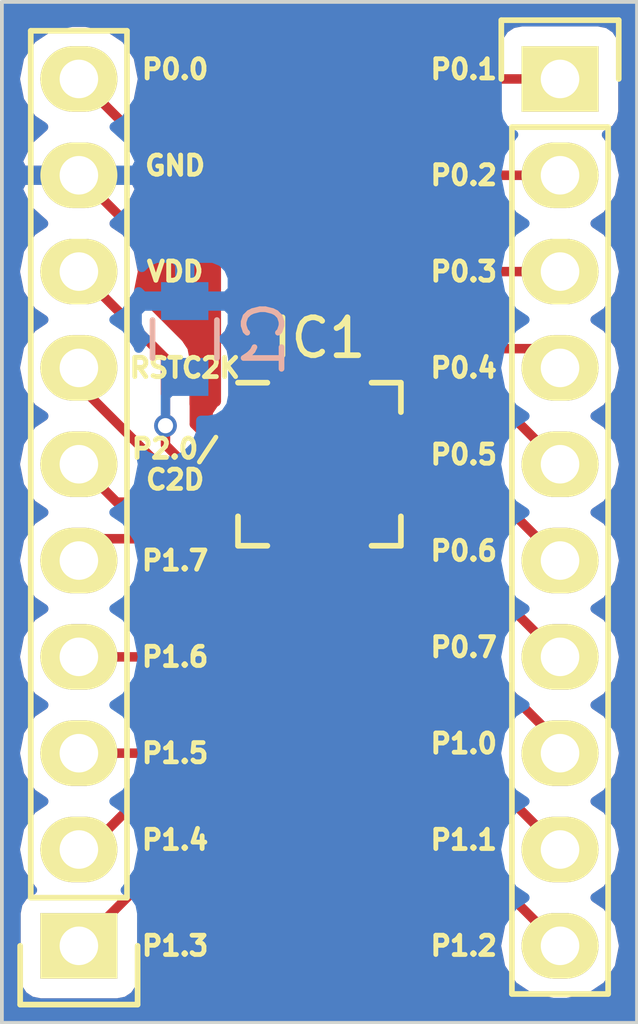
<source format=kicad_pcb>
(kicad_pcb (version 4) (host pcbnew "(2015-06-16 BZR 5763)-product")

  (general
    (links 26)
    (no_connects 0)
    (area 130.781667 89.025 153.698334 124.185)
    (thickness 1.6)
    (drawings 24)
    (tracks 70)
    (zones 0)
    (modules 4)
    (nets 21)
  )

  (page A4)
  (layers
    (0 F.Cu signal)
    (31 B.Cu signal)
    (32 B.Adhes user)
    (33 F.Adhes user)
    (34 B.Paste user)
    (35 F.Paste user)
    (36 B.SilkS user)
    (37 F.SilkS user)
    (38 B.Mask user)
    (39 F.Mask user)
    (40 Dwgs.User user)
    (41 Cmts.User user)
    (42 Eco1.User user)
    (43 Eco2.User user)
    (44 Edge.Cuts user)
    (45 Margin user)
    (46 B.CrtYd user)
    (47 F.CrtYd user)
    (48 B.Fab user)
    (49 F.Fab user)
  )

  (setup
    (last_trace_width 0.25)
    (trace_clearance 0.2)
    (zone_clearance 0.508)
    (zone_45_only no)
    (trace_min 0.2)
    (segment_width 0.2)
    (edge_width 0.1)
    (via_size 0.6)
    (via_drill 0.4)
    (via_min_size 0.4)
    (via_min_drill 0.3)
    (uvia_size 0.3)
    (uvia_drill 0.1)
    (uvias_allowed no)
    (uvia_min_size 0.2)
    (uvia_min_drill 0.1)
    (pcb_text_width 0.3)
    (pcb_text_size 1.5 1.5)
    (mod_edge_width 0.15)
    (mod_text_size 1 1)
    (mod_text_width 0.15)
    (pad_size 1.5 1.5)
    (pad_drill 0.6)
    (pad_to_mask_clearance 0)
    (aux_axis_origin 0 0)
    (visible_elements FFFFFF7F)
    (pcbplotparams
      (layerselection 0x00030_80000001)
      (usegerberextensions false)
      (excludeedgelayer true)
      (linewidth 0.100000)
      (plotframeref false)
      (viasonmask false)
      (mode 1)
      (useauxorigin false)
      (hpglpennumber 1)
      (hpglpenspeed 20)
      (hpglpendiameter 15)
      (hpglpenoverlay 2)
      (psnegative false)
      (psa4output false)
      (plotreference true)
      (plotvalue true)
      (plotinvisibletext false)
      (padsonsilk false)
      (subtractmaskfromsilk false)
      (outputformat 1)
      (mirror false)
      (drillshape 1)
      (scaleselection 1)
      (outputdirectory ""))
  )

  (net 0 "")
  (net 1 "Net-(C1-Pad1)")
  (net 2 "Net-(IC1-Pad1)")
  (net 3 "Net-(IC1-Pad4)")
  (net 4 "Net-(IC1-Pad5)")
  (net 5 "Net-(IC1-Pad6)")
  (net 6 "Net-(IC1-Pad7)")
  (net 7 "Net-(IC1-Pad8)")
  (net 8 "Net-(IC1-Pad9)")
  (net 9 "Net-(IC1-Pad10)")
  (net 10 "Net-(IC1-Pad11)")
  (net 11 "Net-(IC1-Pad12)")
  (net 12 "Net-(IC1-Pad13)")
  (net 13 "Net-(IC1-Pad14)")
  (net 14 "Net-(IC1-Pad15)")
  (net 15 "Net-(IC1-Pad16)")
  (net 16 "Net-(IC1-Pad17)")
  (net 17 "Net-(IC1-Pad18)")
  (net 18 "Net-(IC1-Pad19)")
  (net 19 "Net-(IC1-Pad20)")
  (net 20 GND)

  (net_class Default "This is the default net class."
    (clearance 0.2)
    (trace_width 0.25)
    (via_dia 0.6)
    (via_drill 0.4)
    (uvia_dia 0.3)
    (uvia_drill 0.1)
    (add_net GND)
    (add_net "Net-(C1-Pad1)")
    (add_net "Net-(IC1-Pad1)")
    (add_net "Net-(IC1-Pad10)")
    (add_net "Net-(IC1-Pad11)")
    (add_net "Net-(IC1-Pad12)")
    (add_net "Net-(IC1-Pad13)")
    (add_net "Net-(IC1-Pad14)")
    (add_net "Net-(IC1-Pad15)")
    (add_net "Net-(IC1-Pad16)")
    (add_net "Net-(IC1-Pad17)")
    (add_net "Net-(IC1-Pad18)")
    (add_net "Net-(IC1-Pad19)")
    (add_net "Net-(IC1-Pad20)")
    (add_net "Net-(IC1-Pad4)")
    (add_net "Net-(IC1-Pad5)")
    (add_net "Net-(IC1-Pad6)")
    (add_net "Net-(IC1-Pad7)")
    (add_net "Net-(IC1-Pad8)")
    (add_net "Net-(IC1-Pad9)")
  )

  (module Capacitors_SMD:C_0805 (layer B.Cu) (tedit 5415D6EA) (tstamp 558B45DF)
    (at 138.684 102.108 90)
    (descr "Capacitor SMD 0805, reflow soldering, AVX (see smccp.pdf)")
    (tags "capacitor 0805")
    (path /558B44AC)
    (attr smd)
    (fp_text reference C1 (at 0 2.1 90) (layer B.SilkS)
      (effects (font (size 1 1) (thickness 0.15)) (justify mirror))
    )
    (fp_text value 0.1uf (at 0 -2.1 90) (layer B.Fab)
      (effects (font (size 1 1) (thickness 0.15)) (justify mirror))
    )
    (fp_line (start -1.8 1) (end 1.8 1) (layer B.CrtYd) (width 0.05))
    (fp_line (start -1.8 -1) (end 1.8 -1) (layer B.CrtYd) (width 0.05))
    (fp_line (start -1.8 1) (end -1.8 -1) (layer B.CrtYd) (width 0.05))
    (fp_line (start 1.8 1) (end 1.8 -1) (layer B.CrtYd) (width 0.05))
    (fp_line (start 0.5 0.85) (end -0.5 0.85) (layer B.SilkS) (width 0.15))
    (fp_line (start -0.5 -0.85) (end 0.5 -0.85) (layer B.SilkS) (width 0.15))
    (pad 1 smd rect (at -1 0 90) (size 1 1.25) (layers B.Cu B.Paste B.Mask)
      (net 1 "Net-(C1-Pad1)"))
    (pad 2 smd rect (at 1 0 90) (size 1 1.25) (layers B.Cu B.Paste B.Mask)
      (net 20 GND))
    (model Capacitors_SMD.3dshapes/C_0805.wrl
      (at (xyz 0 0 0))
      (scale (xyz 1 1 1))
      (rotate (xyz 0 0 0))
    )
  )

  (module Housings_DFN_QFN:QFN-20-1EP_4x4mm_Pitch0.5mm (layer F.Cu) (tedit 54130A77) (tstamp 558B45FB)
    (at 142.24 105.41)
    (descr "20-Lead Plastic Quad Flat, No Lead Package (ML) - 4x4x0.9 mm Body [QFN]; (see Microchip Packaging Specification 00000049BS.pdf)")
    (tags "QFN 0.5")
    (path /558B4416)
    (attr smd)
    (fp_text reference IC1 (at 0 -3.33) (layer F.SilkS)
      (effects (font (size 1 1) (thickness 0.15)))
    )
    (fp_text value C8051F330/1 (at 0 3.33) (layer F.Fab)
      (effects (font (size 1 1) (thickness 0.15)))
    )
    (fp_line (start -2.6 -2.6) (end -2.6 2.6) (layer F.CrtYd) (width 0.05))
    (fp_line (start 2.6 -2.6) (end 2.6 2.6) (layer F.CrtYd) (width 0.05))
    (fp_line (start -2.6 -2.6) (end 2.6 -2.6) (layer F.CrtYd) (width 0.05))
    (fp_line (start -2.6 2.6) (end 2.6 2.6) (layer F.CrtYd) (width 0.05))
    (fp_line (start 2.15 -2.15) (end 2.15 -1.375) (layer F.SilkS) (width 0.15))
    (fp_line (start -2.15 2.15) (end -2.15 1.375) (layer F.SilkS) (width 0.15))
    (fp_line (start 2.15 2.15) (end 2.15 1.375) (layer F.SilkS) (width 0.15))
    (fp_line (start -2.15 -2.15) (end -1.375 -2.15) (layer F.SilkS) (width 0.15))
    (fp_line (start -2.15 2.15) (end -1.375 2.15) (layer F.SilkS) (width 0.15))
    (fp_line (start 2.15 2.15) (end 1.375 2.15) (layer F.SilkS) (width 0.15))
    (fp_line (start 2.15 -2.15) (end 1.375 -2.15) (layer F.SilkS) (width 0.15))
    (pad 1 smd rect (at -1.965 -1) (size 0.73 0.3) (layers F.Cu F.Paste F.Mask)
      (net 2 "Net-(IC1-Pad1)"))
    (pad 2 smd rect (at -1.965 -0.5) (size 0.73 0.3) (layers F.Cu F.Paste F.Mask)
      (net 20 GND))
    (pad 3 smd rect (at -1.965 0) (size 0.73 0.3) (layers F.Cu F.Paste F.Mask)
      (net 1 "Net-(C1-Pad1)"))
    (pad 4 smd rect (at -1.965 0.5) (size 0.73 0.3) (layers F.Cu F.Paste F.Mask)
      (net 3 "Net-(IC1-Pad4)"))
    (pad 5 smd rect (at -1.965 1) (size 0.73 0.3) (layers F.Cu F.Paste F.Mask)
      (net 4 "Net-(IC1-Pad5)"))
    (pad 6 smd rect (at -1 1.965 90) (size 0.73 0.3) (layers F.Cu F.Paste F.Mask)
      (net 5 "Net-(IC1-Pad6)"))
    (pad 7 smd rect (at -0.5 1.965 90) (size 0.73 0.3) (layers F.Cu F.Paste F.Mask)
      (net 6 "Net-(IC1-Pad7)"))
    (pad 8 smd rect (at 0 1.965 90) (size 0.73 0.3) (layers F.Cu F.Paste F.Mask)
      (net 7 "Net-(IC1-Pad8)"))
    (pad 9 smd rect (at 0.5 1.965 90) (size 0.73 0.3) (layers F.Cu F.Paste F.Mask)
      (net 8 "Net-(IC1-Pad9)"))
    (pad 10 smd rect (at 1 1.965 90) (size 0.73 0.3) (layers F.Cu F.Paste F.Mask)
      (net 9 "Net-(IC1-Pad10)"))
    (pad 11 smd rect (at 1.965 1) (size 0.73 0.3) (layers F.Cu F.Paste F.Mask)
      (net 10 "Net-(IC1-Pad11)"))
    (pad 12 smd rect (at 1.965 0.5) (size 0.73 0.3) (layers F.Cu F.Paste F.Mask)
      (net 11 "Net-(IC1-Pad12)"))
    (pad 13 smd rect (at 1.965 0) (size 0.73 0.3) (layers F.Cu F.Paste F.Mask)
      (net 12 "Net-(IC1-Pad13)"))
    (pad 14 smd rect (at 1.965 -0.5) (size 0.73 0.3) (layers F.Cu F.Paste F.Mask)
      (net 13 "Net-(IC1-Pad14)"))
    (pad 15 smd rect (at 1.965 -1) (size 0.73 0.3) (layers F.Cu F.Paste F.Mask)
      (net 14 "Net-(IC1-Pad15)"))
    (pad 16 smd rect (at 1 -1.965 90) (size 0.73 0.3) (layers F.Cu F.Paste F.Mask)
      (net 15 "Net-(IC1-Pad16)"))
    (pad 17 smd rect (at 0.5 -1.965 90) (size 0.73 0.3) (layers F.Cu F.Paste F.Mask)
      (net 16 "Net-(IC1-Pad17)"))
    (pad 18 smd rect (at 0 -1.965 90) (size 0.73 0.3) (layers F.Cu F.Paste F.Mask)
      (net 17 "Net-(IC1-Pad18)"))
    (pad 19 smd rect (at -0.5 -1.965 90) (size 0.73 0.3) (layers F.Cu F.Paste F.Mask)
      (net 18 "Net-(IC1-Pad19)"))
    (pad 20 smd rect (at -1 -1.965 90) (size 0.73 0.3) (layers F.Cu F.Paste F.Mask)
      (net 19 "Net-(IC1-Pad20)"))
    (pad 21 smd rect (at 0.625 0.625) (size 1.25 1.25) (layers F.Cu F.Paste F.Mask)
      (net 20 GND) (solder_paste_margin_ratio -0.2))
    (pad 21 smd rect (at 0.625 -0.625) (size 1.25 1.25) (layers F.Cu F.Paste F.Mask)
      (net 20 GND) (solder_paste_margin_ratio -0.2))
    (pad 21 smd rect (at -0.625 0.625) (size 1.25 1.25) (layers F.Cu F.Paste F.Mask)
      (net 20 GND) (solder_paste_margin_ratio -0.2))
    (pad 21 smd rect (at -0.625 -0.625) (size 1.25 1.25) (layers F.Cu F.Paste F.Mask)
      (net 20 GND) (solder_paste_margin_ratio -0.2))
    (model Housings_DFN_QFN.3dshapes/QFN-20-1EP_4x4mm_Pitch0.5mm.wrl
      (at (xyz 0 0 0))
      (scale (xyz 1 1 1))
      (rotate (xyz 0 0 0))
    )
  )

  (module Pin_Headers:Pin_Header_Straight_1x10 (layer F.Cu) (tedit 558B4A82) (tstamp 558B463F)
    (at 135.89 118.11 180)
    (descr "Through hole pin header")
    (tags "pin header")
    (path /558B4462)
    (fp_text reference P1 (at 0 -5.1 180) (layer F.SilkS) hide
      (effects (font (size 1 1) (thickness 0.15)))
    )
    (fp_text value CONN_01X10 (at 0 -3.1 180) (layer F.Fab) hide
      (effects (font (size 1 1) (thickness 0.15)))
    )
    (fp_line (start -1.75 -1.75) (end -1.75 24.65) (layer F.CrtYd) (width 0.05))
    (fp_line (start 1.75 -1.75) (end 1.75 24.65) (layer F.CrtYd) (width 0.05))
    (fp_line (start -1.75 -1.75) (end 1.75 -1.75) (layer F.CrtYd) (width 0.05))
    (fp_line (start -1.75 24.65) (end 1.75 24.65) (layer F.CrtYd) (width 0.05))
    (fp_line (start 1.27 1.27) (end 1.27 24.13) (layer F.SilkS) (width 0.15))
    (fp_line (start 1.27 24.13) (end -1.27 24.13) (layer F.SilkS) (width 0.15))
    (fp_line (start -1.27 24.13) (end -1.27 1.27) (layer F.SilkS) (width 0.15))
    (fp_line (start 1.55 -1.55) (end 1.55 0) (layer F.SilkS) (width 0.15))
    (fp_line (start 1.27 1.27) (end -1.27 1.27) (layer F.SilkS) (width 0.15))
    (fp_line (start -1.55 0) (end -1.55 -1.55) (layer F.SilkS) (width 0.15))
    (fp_line (start -1.55 -1.55) (end 1.55 -1.55) (layer F.SilkS) (width 0.15))
    (pad 1 thru_hole rect (at 0 0 180) (size 2.032 1.7272) (drill 1.016) (layers *.Cu *.Mask F.SilkS)
      (net 9 "Net-(IC1-Pad10)"))
    (pad 2 thru_hole oval (at 0 2.54 180) (size 2.032 1.7272) (drill 1.016) (layers *.Cu *.Mask F.SilkS)
      (net 8 "Net-(IC1-Pad9)"))
    (pad 3 thru_hole oval (at 0 5.08 180) (size 2.032 1.7272) (drill 1.016) (layers *.Cu *.Mask F.SilkS)
      (net 7 "Net-(IC1-Pad8)"))
    (pad 4 thru_hole oval (at 0 7.62 180) (size 2.032 1.7272) (drill 1.016) (layers *.Cu *.Mask F.SilkS)
      (net 6 "Net-(IC1-Pad7)"))
    (pad 5 thru_hole oval (at 0 10.16 180) (size 2.032 1.7272) (drill 1.016) (layers *.Cu *.Mask F.SilkS)
      (net 5 "Net-(IC1-Pad6)"))
    (pad 6 thru_hole oval (at 0 12.7 180) (size 2.032 1.7272) (drill 1.016) (layers *.Cu *.Mask F.SilkS)
      (net 4 "Net-(IC1-Pad5)"))
    (pad 7 thru_hole oval (at 0 15.24 180) (size 2.032 1.7272) (drill 1.016) (layers *.Cu *.Mask F.SilkS)
      (net 3 "Net-(IC1-Pad4)"))
    (pad 8 thru_hole oval (at 0 17.78 180) (size 2.032 1.7272) (drill 1.016) (layers *.Cu *.Mask F.SilkS)
      (net 1 "Net-(C1-Pad1)"))
    (pad 9 thru_hole oval (at 0 20.32 180) (size 2.032 1.7272) (drill 1.016) (layers *.Cu *.Mask F.SilkS)
      (net 20 GND))
    (pad 10 thru_hole oval (at 0 22.86 180) (size 2.032 1.7272) (drill 1.016) (layers *.Cu *.Mask F.SilkS)
      (net 2 "Net-(IC1-Pad1)"))
    (model Pin_Headers.3dshapes/Pin_Header_Straight_1x10.wrl
      (at (xyz 0 -0.45 0))
      (scale (xyz 1 1 1))
      (rotate (xyz 0 0 90))
    )
  )

  (module Pin_Headers:Pin_Header_Straight_1x10 (layer F.Cu) (tedit 558B4A89) (tstamp 558B464C)
    (at 148.59 95.25)
    (descr "Through hole pin header")
    (tags "pin header")
    (path /558B4435)
    (fp_text reference P2 (at 0 -5.1) (layer F.SilkS) hide
      (effects (font (size 1 1) (thickness 0.15)))
    )
    (fp_text value CONN_01X10 (at 0 -3.1) (layer F.Fab) hide
      (effects (font (size 1 1) (thickness 0.15)))
    )
    (fp_line (start -1.75 -1.75) (end -1.75 24.65) (layer F.CrtYd) (width 0.05))
    (fp_line (start 1.75 -1.75) (end 1.75 24.65) (layer F.CrtYd) (width 0.05))
    (fp_line (start -1.75 -1.75) (end 1.75 -1.75) (layer F.CrtYd) (width 0.05))
    (fp_line (start -1.75 24.65) (end 1.75 24.65) (layer F.CrtYd) (width 0.05))
    (fp_line (start 1.27 1.27) (end 1.27 24.13) (layer F.SilkS) (width 0.15))
    (fp_line (start 1.27 24.13) (end -1.27 24.13) (layer F.SilkS) (width 0.15))
    (fp_line (start -1.27 24.13) (end -1.27 1.27) (layer F.SilkS) (width 0.15))
    (fp_line (start 1.55 -1.55) (end 1.55 0) (layer F.SilkS) (width 0.15))
    (fp_line (start 1.27 1.27) (end -1.27 1.27) (layer F.SilkS) (width 0.15))
    (fp_line (start -1.55 0) (end -1.55 -1.55) (layer F.SilkS) (width 0.15))
    (fp_line (start -1.55 -1.55) (end 1.55 -1.55) (layer F.SilkS) (width 0.15))
    (pad 1 thru_hole rect (at 0 0) (size 2.032 1.7272) (drill 1.016) (layers *.Cu *.Mask F.SilkS)
      (net 19 "Net-(IC1-Pad20)"))
    (pad 2 thru_hole oval (at 0 2.54) (size 2.032 1.7272) (drill 1.016) (layers *.Cu *.Mask F.SilkS)
      (net 18 "Net-(IC1-Pad19)"))
    (pad 3 thru_hole oval (at 0 5.08) (size 2.032 1.7272) (drill 1.016) (layers *.Cu *.Mask F.SilkS)
      (net 17 "Net-(IC1-Pad18)"))
    (pad 4 thru_hole oval (at 0 7.62) (size 2.032 1.7272) (drill 1.016) (layers *.Cu *.Mask F.SilkS)
      (net 16 "Net-(IC1-Pad17)"))
    (pad 5 thru_hole oval (at 0 10.16) (size 2.032 1.7272) (drill 1.016) (layers *.Cu *.Mask F.SilkS)
      (net 15 "Net-(IC1-Pad16)"))
    (pad 6 thru_hole oval (at 0 12.7) (size 2.032 1.7272) (drill 1.016) (layers *.Cu *.Mask F.SilkS)
      (net 14 "Net-(IC1-Pad15)"))
    (pad 7 thru_hole oval (at 0 15.24) (size 2.032 1.7272) (drill 1.016) (layers *.Cu *.Mask F.SilkS)
      (net 13 "Net-(IC1-Pad14)"))
    (pad 8 thru_hole oval (at 0 17.78) (size 2.032 1.7272) (drill 1.016) (layers *.Cu *.Mask F.SilkS)
      (net 12 "Net-(IC1-Pad13)"))
    (pad 9 thru_hole oval (at 0 20.32) (size 2.032 1.7272) (drill 1.016) (layers *.Cu *.Mask F.SilkS)
      (net 11 "Net-(IC1-Pad12)"))
    (pad 10 thru_hole oval (at 0 22.86) (size 2.032 1.7272) (drill 1.016) (layers *.Cu *.Mask F.SilkS)
      (net 10 "Net-(IC1-Pad11)"))
    (model Pin_Headers.3dshapes/Pin_Header_Straight_1x10.wrl
      (at (xyz 0 -0.45 0))
      (scale (xyz 1 1 1))
      (rotate (xyz 0 0 90))
    )
  )

  (gr_line (start 133.858 120.142) (end 133.858 93.218) (angle 90) (layer Edge.Cuts) (width 0.1))
  (gr_line (start 150.622 120.142) (end 133.858 120.142) (angle 90) (layer Edge.Cuts) (width 0.1))
  (gr_line (start 150.622 93.218) (end 150.622 120.142) (angle 90) (layer Edge.Cuts) (width 0.1))
  (gr_line (start 133.858 93.218) (end 150.622 93.218) (angle 90) (layer Edge.Cuts) (width 0.1))
  (gr_text P1.2 (at 146.05 118.11) (layer F.SilkS)
    (effects (font (size 0.508 0.508) (thickness 0.127)))
  )
  (gr_text P1.1 (at 146.05 115.316) (layer F.SilkS)
    (effects (font (size 0.508 0.508) (thickness 0.127)))
  )
  (gr_text P1.0 (at 146.05 112.776) (layer F.SilkS)
    (effects (font (size 0.508 0.508) (thickness 0.127)))
  )
  (gr_text P0.7 (at 146.05 110.236) (layer F.SilkS)
    (effects (font (size 0.508 0.508) (thickness 0.127)))
  )
  (gr_text P0.6 (at 146.05 107.696) (layer F.SilkS)
    (effects (font (size 0.508 0.508) (thickness 0.127)))
  )
  (gr_text P0.5 (at 146.05 105.156) (layer F.SilkS)
    (effects (font (size 0.508 0.508) (thickness 0.127)))
  )
  (gr_text P0.4 (at 146.05 102.87) (layer F.SilkS)
    (effects (font (size 0.508 0.508) (thickness 0.127)))
  )
  (gr_text P0.3 (at 146.05 100.33) (layer F.SilkS)
    (effects (font (size 0.508 0.508) (thickness 0.127)))
  )
  (gr_text P0.2 (at 146.05 97.79) (layer F.SilkS)
    (effects (font (size 0.508 0.508) (thickness 0.127)))
  )
  (gr_text P0.1 (at 146.05 94.996) (layer F.SilkS)
    (effects (font (size 0.508 0.508) (thickness 0.127)))
  )
  (gr_text P1.3 (at 138.43 118.11) (layer F.SilkS)
    (effects (font (size 0.508 0.508) (thickness 0.127)))
  )
  (gr_text P1.4 (at 138.43 115.316) (layer F.SilkS)
    (effects (font (size 0.508 0.508) (thickness 0.127)))
  )
  (gr_text P1.5 (at 138.43 113.03) (layer F.SilkS)
    (effects (font (size 0.508 0.508) (thickness 0.127)))
  )
  (gr_text P1.6 (at 138.43 110.49) (layer F.SilkS)
    (effects (font (size 0.508 0.508) (thickness 0.127)))
  )
  (gr_text P1.7 (at 138.43 107.95) (layer F.SilkS)
    (effects (font (size 0.508 0.508) (thickness 0.127)))
  )
  (gr_text "P2.0/\nC2D" (at 138.43 105.41) (layer F.SilkS)
    (effects (font (size 0.508 0.508) (thickness 0.127)))
  )
  (gr_text RSTC2K (at 138.684 102.87) (layer F.SilkS)
    (effects (font (size 0.508 0.508) (thickness 0.127)))
  )
  (gr_text VDD (at 138.43 100.33) (layer F.SilkS)
    (effects (font (size 0.508 0.508) (thickness 0.127)))
  )
  (gr_text GND (at 138.43 97.536) (layer F.SilkS)
    (effects (font (size 0.508 0.508) (thickness 0.127)))
  )
  (gr_text P0.0 (at 138.43 94.996) (layer F.SilkS)
    (effects (font (size 0.508 0.508) (thickness 0.127)))
  )

  (segment (start 138.176 104.394) (end 138.176 102.616) (width 0.25) (layer F.Cu) (net 1))
  (segment (start 138.176 102.616) (end 135.89 100.33) (width 0.25) (layer F.Cu) (net 1) (tstamp 558B4A09))
  (segment (start 138.176 104.394) (end 138.176 103.616) (width 0.25) (layer B.Cu) (net 1))
  (segment (start 138.684 105.41) (end 138.176 104.902) (width 0.25) (layer F.Cu) (net 1) (tstamp 558B49A1))
  (segment (start 138.176 104.902) (end 138.176 104.394) (width 0.25) (layer F.Cu) (net 1) (tstamp 558B49B0))
  (via (at 138.176 104.394) (size 0.6) (drill 0.4) (layers F.Cu B.Cu) (net 1))
  (segment (start 140.275 105.41) (end 138.684 105.41) (width 0.25) (layer F.Cu) (net 1))
  (segment (start 138.176 103.616) (end 138.684 103.108) (width 0.25) (layer B.Cu) (net 1) (tstamp 558B49CB))
  (segment (start 140.275 104.41) (end 140.275 99.635) (width 0.25) (layer F.Cu) (net 2))
  (segment (start 140.275 99.635) (end 135.89 95.25) (width 0.25) (layer F.Cu) (net 2) (tstamp 558B4783))
  (segment (start 140.275 105.91) (end 138.479998 105.91) (width 0.25) (layer F.Cu) (net 3))
  (segment (start 138.479998 105.91) (end 135.89 103.320002) (width 0.25) (layer F.Cu) (net 3) (tstamp 558B497B))
  (segment (start 135.89 103.320002) (end 135.89 102.87) (width 0.25) (layer F.Cu) (net 3) (tstamp 558B497D))
  (segment (start 140.275 106.41) (end 136.89 106.41) (width 0.25) (layer F.Cu) (net 4))
  (segment (start 136.89 106.41) (end 135.89 105.41) (width 0.25) (layer F.Cu) (net 4) (tstamp 558B47D6))
  (segment (start 141.24 107.375) (end 136.465 107.375) (width 0.25) (layer F.Cu) (net 5))
  (segment (start 136.465 107.375) (end 135.89 107.95) (width 0.25) (layer F.Cu) (net 5) (tstamp 558B47DE))
  (segment (start 141.74 107.375) (end 141.74 107.942) (width 0.25) (layer F.Cu) (net 6))
  (segment (start 139.192 110.49) (end 135.89 110.49) (width 0.25) (layer F.Cu) (net 6) (tstamp 558B47E4))
  (segment (start 141.74 107.942) (end 139.192 110.49) (width 0.25) (layer F.Cu) (net 6) (tstamp 558B47E2))
  (segment (start 142.24 107.375) (end 142.24 108.458) (width 0.25) (layer F.Cu) (net 7))
  (segment (start 137.668 113.03) (end 135.89 113.03) (width 0.25) (layer F.Cu) (net 7) (tstamp 558B47EA))
  (segment (start 142.24 108.458) (end 137.668 113.03) (width 0.25) (layer F.Cu) (net 7) (tstamp 558B47E9))
  (segment (start 142.74 107.375) (end 142.74 108.958) (width 0.25) (layer F.Cu) (net 8))
  (segment (start 142.74 108.958) (end 136.128 115.57) (width 0.25) (layer F.Cu) (net 8) (tstamp 558B47EE))
  (segment (start 136.128 115.57) (end 135.89 115.57) (width 0.25) (layer F.Cu) (net 8) (tstamp 558B47EF))
  (segment (start 143.24 107.375) (end 143.24 109.458) (width 0.25) (layer F.Cu) (net 9))
  (segment (start 137.922 116.078) (end 135.89 118.11) (width 0.25) (layer F.Cu) (net 9) (tstamp 558B47FC))
  (segment (start 137.922 114.776) (end 137.922 116.078) (width 0.25) (layer F.Cu) (net 9) (tstamp 558B47F6))
  (segment (start 143.24 109.458) (end 137.922 114.776) (width 0.25) (layer F.Cu) (net 9) (tstamp 558B47F5))
  (segment (start 144.205 106.41) (end 144.205 113.725) (width 0.25) (layer F.Cu) (net 10))
  (segment (start 144.205 113.725) (end 148.59 118.11) (width 0.25) (layer F.Cu) (net 10) (tstamp 558B4867))
  (segment (start 144.205 105.91) (end 145.026 105.91) (width 0.25) (layer F.Cu) (net 11))
  (segment (start 145.034 112.014) (end 148.59 115.57) (width 0.25) (layer F.Cu) (net 11) (tstamp 558B4871))
  (segment (start 145.034 105.918) (end 145.034 112.014) (width 0.25) (layer F.Cu) (net 11) (tstamp 558B486F))
  (segment (start 145.026 105.91) (end 145.034 105.918) (width 0.25) (layer F.Cu) (net 11) (tstamp 558B486E))
  (segment (start 144.205 105.41) (end 145.542 105.41) (width 0.25) (layer F.Cu) (net 12))
  (segment (start 145.542 109.728) (end 148.59 112.776) (width 0.25) (layer F.Cu) (net 12) (tstamp 558B487E))
  (segment (start 145.542 105.41) (end 145.542 109.728) (width 0.25) (layer F.Cu) (net 12) (tstamp 558B487C))
  (segment (start 148.59 112.776) (end 148.59 113.03) (width 0.25) (layer F.Cu) (net 12) (tstamp 558B4880))
  (segment (start 144.205 104.91) (end 146.042 104.91) (width 0.25) (layer F.Cu) (net 13))
  (segment (start 146.05 107.95) (end 148.59 110.49) (width 0.25) (layer F.Cu) (net 13) (tstamp 558B4887))
  (segment (start 146.05 104.918) (end 146.05 107.95) (width 0.25) (layer F.Cu) (net 13) (tstamp 558B4885))
  (segment (start 146.042 104.91) (end 146.05 104.918) (width 0.25) (layer F.Cu) (net 13) (tstamp 558B4883))
  (segment (start 144.205 104.41) (end 146.542 104.41) (width 0.25) (layer F.Cu) (net 14))
  (segment (start 146.558 105.918) (end 148.59 107.95) (width 0.25) (layer F.Cu) (net 14) (tstamp 558B488E))
  (segment (start 146.558 104.426) (end 146.558 105.918) (width 0.25) (layer F.Cu) (net 14) (tstamp 558B488C))
  (segment (start 146.542 104.41) (end 146.558 104.426) (width 0.25) (layer F.Cu) (net 14) (tstamp 558B488B))
  (segment (start 143.24 103.445) (end 146.625 103.445) (width 0.25) (layer F.Cu) (net 15))
  (segment (start 146.625 103.445) (end 148.59 105.41) (width 0.25) (layer F.Cu) (net 15) (tstamp 558B481D))
  (segment (start 142.74 103.445) (end 142.74 102.37) (width 0.25) (layer F.Cu) (net 16))
  (segment (start 142.748 102.362) (end 148.082 102.362) (width 0.25) (layer F.Cu) (net 16) (tstamp 558B4827))
  (segment (start 142.74 102.37) (end 142.748 102.362) (width 0.25) (layer F.Cu) (net 16) (tstamp 558B4826))
  (segment (start 148.082 102.362) (end 148.59 102.87) (width 0.25) (layer F.Cu) (net 16) (tstamp 558B482A))
  (segment (start 142.24 103.445) (end 142.24 102.108) (width 0.25) (layer F.Cu) (net 17))
  (segment (start 143.764 100.33) (end 148.59 100.33) (width 0.25) (layer F.Cu) (net 17) (tstamp 558B482F))
  (segment (start 142.24 101.854) (end 143.764 100.33) (width 0.25) (layer F.Cu) (net 17) (tstamp 558B482E))
  (segment (start 142.24 102.108) (end 142.24 101.854) (width 0.25) (layer F.Cu) (net 17) (tstamp 558B482D))
  (segment (start 141.74 103.445) (end 141.74 101.354) (width 0.25) (layer F.Cu) (net 18))
  (segment (start 145.304 97.79) (end 148.59 97.79) (width 0.25) (layer F.Cu) (net 18) (tstamp 558B4836))
  (segment (start 141.74 101.354) (end 145.304 97.79) (width 0.25) (layer F.Cu) (net 18) (tstamp 558B4835))
  (segment (start 141.24 103.445) (end 141.24 100.854) (width 0.25) (layer F.Cu) (net 19))
  (segment (start 146.844 95.25) (end 148.59 95.25) (width 0.25) (layer F.Cu) (net 19) (tstamp 558B483C))
  (segment (start 141.24 100.854) (end 146.844 95.25) (width 0.25) (layer F.Cu) (net 19) (tstamp 558B483B))
  (segment (start 140.275 104.91) (end 139.495998 104.91) (width 0.25) (layer F.Cu) (net 20))
  (segment (start 138.938 100.838) (end 135.89 97.79) (width 0.25) (layer F.Cu) (net 20) (tstamp 558B4A39))
  (segment (start 138.938 104.352002) (end 138.938 100.838) (width 0.25) (layer F.Cu) (net 20) (tstamp 558B4A36))
  (segment (start 139.495998 104.91) (end 138.938 104.352002) (width 0.25) (layer F.Cu) (net 20) (tstamp 558B4A35))
  (segment (start 140.275 104.91) (end 141.49 104.91) (width 0.25) (layer F.Cu) (net 20))
  (segment (start 141.49 104.91) (end 141.615 104.785) (width 0.25) (layer F.Cu) (net 20) (tstamp 558B493B))

  (zone (net 20) (net_name GND) (layer F.Cu) (tstamp 558B48E7) (hatch edge 0.508)
    (connect_pads (clearance 0.508))
    (min_thickness 0.254)
    (fill yes (arc_segments 16) (thermal_gap 0.508) (thermal_bridge_width 0.508))
    (polygon
      (pts
        (xy 150.622 120.142) (xy 133.858 120.142) (xy 133.858 93.218) (xy 150.622 93.218)
      )
    )
    (filled_polygon
      (pts
        (xy 150.495 120.015) (xy 150.495 120.015) (xy 133.985 120.015) (xy 133.985 93.73896) (xy 147.574 93.73896)
        (xy 147.331877 93.785937) (xy 147.119073 93.925727) (xy 146.976623 94.13676) (xy 146.92656 94.3864) (xy 146.92656 94.49)
        (xy 146.844 94.49) (xy 146.553161 94.547852) (xy 146.306599 94.712599) (xy 141.035 99.984198) (xy 141.035 99.635)
        (xy 140.977148 99.344161) (xy 140.977148 99.34416) (xy 140.812401 99.097599) (xy 137.472381 95.757579) (xy 137.573345 95.25)
        (xy 137.459271 94.676511) (xy 137.134415 94.19033) (xy 136.648234 93.865474) (xy 136.074745 93.7514) (xy 135.705255 93.7514)
        (xy 135.131766 93.865474) (xy 134.645585 94.19033) (xy 134.320729 94.676511) (xy 134.206655 95.25) (xy 134.320729 95.823489)
        (xy 134.645585 96.30967) (xy 134.955069 96.516461) (xy 134.539268 96.887964) (xy 134.285291 97.415209) (xy 134.282642 97.430974)
        (xy 134.403783 97.663) (xy 135.763 97.663) (xy 135.763 97.643) (xy 136.017 97.643) (xy 136.017 97.663)
        (xy 136.037 97.663) (xy 136.037 97.917) (xy 136.017 97.917) (xy 136.017 97.937) (xy 135.763 97.937)
        (xy 135.763 97.917) (xy 134.403783 97.917) (xy 134.282642 98.149026) (xy 134.285291 98.164791) (xy 134.539268 98.692036)
        (xy 134.955069 99.063539) (xy 134.645585 99.27033) (xy 134.320729 99.756511) (xy 134.206655 100.33) (xy 134.320729 100.903489)
        (xy 134.645585 101.38967) (xy 134.960366 101.6) (xy 134.645585 101.81033) (xy 134.320729 102.296511) (xy 134.206655 102.87)
        (xy 134.320729 103.443489) (xy 134.645585 103.92967) (xy 134.960366 104.14) (xy 134.645585 104.35033) (xy 134.320729 104.836511)
        (xy 134.206655 105.41) (xy 134.320729 105.983489) (xy 134.645585 106.46967) (xy 134.960366 106.68) (xy 134.645585 106.89033)
        (xy 134.320729 107.376511) (xy 134.206655 107.95) (xy 134.320729 108.523489) (xy 134.645585 109.00967) (xy 134.960366 109.22)
        (xy 134.645585 109.43033) (xy 134.320729 109.916511) (xy 134.206655 110.49) (xy 134.320729 111.063489) (xy 134.645585 111.54967)
        (xy 134.960366 111.76) (xy 134.645585 111.97033) (xy 134.320729 112.456511) (xy 134.206655 113.03) (xy 134.320729 113.603489)
        (xy 134.645585 114.08967) (xy 134.960366 114.3) (xy 134.645585 114.51033) (xy 134.320729 114.996511) (xy 134.206655 115.57)
        (xy 134.320729 116.143489) (xy 134.645585 116.62967) (xy 134.661367 116.640215) (xy 134.631877 116.645937) (xy 134.419073 116.785727)
        (xy 134.276623 116.99676) (xy 134.22656 117.2464) (xy 134.22656 118.9736) (xy 134.273537 119.215723) (xy 134.413327 119.428527)
        (xy 134.62436 119.570977) (xy 134.874 119.62104) (xy 136.906 119.62104) (xy 137.148123 119.574063) (xy 137.360927 119.434273)
        (xy 137.503377 119.22324) (xy 137.55344 118.9736) (xy 137.55344 117.521362) (xy 138.459401 116.615401) (xy 138.624148 116.368839)
        (xy 138.682 116.078) (xy 138.682 115.090802) (xy 143.445 110.327802) (xy 143.445 113.725) (xy 143.502852 114.015839)
        (xy 143.667599 114.262401) (xy 147.007619 117.602421) (xy 146.906655 118.11) (xy 147.020729 118.683489) (xy 147.345585 119.16967)
        (xy 147.831766 119.494526) (xy 148.405255 119.6086) (xy 148.774745 119.6086) (xy 149.348234 119.494526) (xy 149.834415 119.16967)
        (xy 150.159271 118.683489) (xy 150.273345 118.11) (xy 150.159271 117.536511) (xy 149.834415 117.05033) (xy 149.519634 116.84)
        (xy 149.834415 116.62967) (xy 150.159271 116.143489) (xy 150.273345 115.57) (xy 150.159271 114.996511) (xy 149.834415 114.51033)
        (xy 149.519634 114.3) (xy 149.834415 114.08967) (xy 150.159271 113.603489) (xy 150.273345 113.03) (xy 150.159271 112.456511)
        (xy 149.834415 111.97033) (xy 149.519634 111.76) (xy 149.834415 111.54967) (xy 150.159271 111.063489) (xy 150.273345 110.49)
        (xy 150.159271 109.916511) (xy 149.834415 109.43033) (xy 149.519634 109.22) (xy 149.834415 109.00967) (xy 150.159271 108.523489)
        (xy 150.273345 107.95) (xy 150.159271 107.376511) (xy 149.834415 106.89033) (xy 149.519634 106.68) (xy 149.834415 106.46967)
        (xy 150.159271 105.983489) (xy 150.273345 105.41) (xy 150.159271 104.836511) (xy 149.834415 104.35033) (xy 149.519634 104.14)
        (xy 149.834415 103.92967) (xy 150.159271 103.443489) (xy 150.273345 102.87) (xy 150.159271 102.296511) (xy 149.834415 101.81033)
        (xy 149.519634 101.6) (xy 149.834415 101.38967) (xy 150.159271 100.903489) (xy 150.273345 100.33) (xy 150.159271 99.756511)
        (xy 149.834415 99.27033) (xy 149.519634 99.06) (xy 149.834415 98.84967) (xy 150.159271 98.363489) (xy 150.273345 97.79)
        (xy 150.159271 97.216511) (xy 149.834415 96.73033) (xy 149.818633 96.719785) (xy 149.848123 96.714063) (xy 150.060927 96.574273)
        (xy 150.203377 96.36324) (xy 150.25344 96.1136) (xy 150.25344 94.3864) (xy 150.206463 94.144277) (xy 150.066673 93.931473)
        (xy 149.85564 93.789023) (xy 149.606 93.73896) (xy 147.574 93.73896) (xy 133.985 93.73896) (xy 133.985 93.345)
        (xy 150.495 93.345) (xy 150.495 120.015)
      )
    )
    (filled_polygon
      (pts
        (xy 141.742 104.658) (xy 141.742 104.658) (xy 142.738 104.658) (xy 142.738 104.638) (xy 142.992 104.638)
        (xy 142.992 104.658) (xy 143.012 104.658) (xy 143.012 104.912) (xy 142.992 104.912) (xy 142.992 105.908)
        (xy 143.012 105.908) (xy 143.012 106.162) (xy 142.992 106.162) (xy 142.992 106.182) (xy 142.738 106.182)
        (xy 142.738 106.162) (xy 141.742 106.162) (xy 141.742 106.182) (xy 141.488 106.182) (xy 141.488 106.162)
        (xy 141.468 106.162) (xy 141.468 105.908) (xy 141.488 105.908) (xy 141.488 104.912) (xy 141.468 104.912)
        (xy 141.468 104.775) (xy 141.90075 104.775) (xy 141.76375 104.912) (xy 141.742 104.912) (xy 141.742 104.93375)
        (xy 141.605 105.07075) (xy 141.605 105.74925) (xy 141.742 105.88625) (xy 141.742 105.908) (xy 141.76375 105.908)
        (xy 141.90075 106.045) (xy 142.57925 106.045) (xy 142.71625 105.908) (xy 142.738 105.908) (xy 142.738 105.88625)
        (xy 142.875 105.74925) (xy 142.875 105.07075) (xy 142.738 104.93375) (xy 142.738 104.912) (xy 142.71625 104.912)
        (xy 142.57925 104.775) (xy 141.90075 104.775) (xy 141.468 104.775) (xy 141.468 104.658) (xy 141.488 104.658)
        (xy 141.488 104.638) (xy 141.742 104.638) (xy 141.742 104.658)
      )
    )
    (filled_polygon
      (pts
        (xy 139.515 99.949802) (xy 139.515 103.759961) (xy 139.455073 103.799327) (xy 139.312623 104.01036) (xy 139.26256 104.26)
        (xy 139.26256 104.56) (xy 139.276265 104.630636) (xy 139.275 104.63369) (xy 139.275 104.65) (xy 139.082103 104.65)
        (xy 139.110838 104.580799) (xy 139.111162 104.208833) (xy 138.969117 103.865057) (xy 138.936 103.831882) (xy 138.936 102.616)
        (xy 138.924095 102.556148) (xy 138.878148 102.32516) (xy 138.713401 102.078599) (xy 137.472381 100.837579) (xy 137.573345 100.33)
        (xy 137.459271 99.756511) (xy 137.134415 99.27033) (xy 136.824931 99.063539) (xy 137.240732 98.692036) (xy 137.494709 98.164791)
        (xy 137.497358 98.149026) (xy 137.376218 97.917002) (xy 137.4822 97.917002) (xy 139.515 99.949802)
      )
    )
  )
  (zone (net 20) (net_name GND) (layer B.Cu) (tstamp 558B48E7) (hatch edge 0.508)
    (connect_pads (clearance 0.508))
    (min_thickness 0.254)
    (fill yes (arc_segments 16) (thermal_gap 0.508) (thermal_bridge_width 0.508))
    (polygon
      (pts
        (xy 150.622 120.142) (xy 133.858 120.142) (xy 133.858 93.218) (xy 150.622 93.218)
      )
    )
    (filled_polygon
      (pts
        (xy 150.495 120.015) (xy 150.495 120.015) (xy 133.985 120.015) (xy 133.985 97.917) (xy 134.403783 97.917)
        (xy 134.282642 98.149026) (xy 134.285291 98.164791) (xy 134.539268 98.692036) (xy 134.955069 99.063539) (xy 134.645585 99.27033)
        (xy 134.320729 99.756511) (xy 134.206655 100.33) (xy 134.320729 100.903489) (xy 134.645585 101.38967) (xy 134.960366 101.6)
        (xy 134.645585 101.81033) (xy 134.320729 102.296511) (xy 134.206655 102.87) (xy 134.320729 103.443489) (xy 134.645585 103.92967)
        (xy 134.960366 104.14) (xy 134.645585 104.35033) (xy 134.320729 104.836511) (xy 134.206655 105.41) (xy 134.320729 105.983489)
        (xy 134.645585 106.46967) (xy 134.960366 106.68) (xy 134.645585 106.89033) (xy 134.320729 107.376511) (xy 134.206655 107.95)
        (xy 134.320729 108.523489) (xy 134.645585 109.00967) (xy 134.960366 109.22) (xy 134.645585 109.43033) (xy 134.320729 109.916511)
        (xy 134.206655 110.49) (xy 134.320729 111.063489) (xy 134.645585 111.54967) (xy 134.960366 111.76) (xy 134.645585 111.97033)
        (xy 134.320729 112.456511) (xy 134.206655 113.03) (xy 134.320729 113.603489) (xy 134.645585 114.08967) (xy 134.960366 114.3)
        (xy 134.645585 114.51033) (xy 134.320729 114.996511) (xy 134.206655 115.57) (xy 134.320729 116.143489) (xy 134.645585 116.62967)
        (xy 134.661367 116.640215) (xy 134.631877 116.645937) (xy 134.419073 116.785727) (xy 134.276623 116.99676) (xy 134.22656 117.2464)
        (xy 134.22656 118.9736) (xy 134.273537 119.215723) (xy 134.413327 119.428527) (xy 134.62436 119.570977) (xy 134.874 119.62104)
        (xy 136.906 119.62104) (xy 137.148123 119.574063) (xy 137.360927 119.434273) (xy 137.503377 119.22324) (xy 137.55344 118.9736)
        (xy 137.55344 117.2464) (xy 137.506463 117.004277) (xy 137.366673 116.791473) (xy 137.15564 116.649023) (xy 137.117037 116.641282)
        (xy 137.134415 116.62967) (xy 137.459271 116.143489) (xy 137.573345 115.57) (xy 137.459271 114.996511) (xy 137.134415 114.51033)
        (xy 136.819634 114.3) (xy 137.134415 114.08967) (xy 137.459271 113.603489) (xy 137.573345 113.03) (xy 137.459271 112.456511)
        (xy 137.134415 111.97033) (xy 136.819634 111.76) (xy 137.134415 111.54967) (xy 137.459271 111.063489) (xy 137.573345 110.49)
        (xy 137.459271 109.916511) (xy 137.134415 109.43033) (xy 136.819634 109.22) (xy 137.134415 109.00967) (xy 137.459271 108.523489)
        (xy 137.573345 107.95) (xy 137.459271 107.376511) (xy 137.134415 106.89033) (xy 136.819634 106.68) (xy 137.134415 106.46967)
        (xy 137.459271 105.983489) (xy 137.573345 105.41) (xy 137.49975 105.040014) (xy 137.645673 105.186192) (xy 137.989201 105.328838)
        (xy 138.361167 105.329162) (xy 138.704943 105.187117) (xy 138.968192 104.924327) (xy 139.110838 104.580799) (xy 139.111121 104.25544)
        (xy 139.309 104.25544) (xy 139.551123 104.208463) (xy 139.763927 104.068673) (xy 139.906377 103.85764) (xy 139.95644 103.608)
        (xy 139.95644 102.608) (xy 139.909463 102.365877) (xy 139.769673 102.153073) (xy 139.705363 102.109663) (xy 139.847327 101.967698)
        (xy 139.944 101.734309) (xy 139.944 101.39375) (xy 139.78525 101.235) (xy 138.811 101.235) (xy 138.811 101.255)
        (xy 138.557 101.255) (xy 138.557 101.235) (xy 137.58275 101.235) (xy 137.424 101.39375) (xy 137.424 101.734309)
        (xy 137.520673 101.967698) (xy 137.66215 102.109176) (xy 137.604073 102.147327) (xy 137.469309 102.346974) (xy 137.459271 102.296511)
        (xy 137.134415 101.81033) (xy 136.819634 101.6) (xy 137.134415 101.38967) (xy 137.459271 100.903489) (xy 137.466898 100.865148)
        (xy 137.58275 100.981) (xy 138.557 100.981) (xy 138.557 100.13175) (xy 138.39825 99.973) (xy 138.96975 99.973)
        (xy 138.811 100.13175) (xy 138.811 100.981) (xy 139.78525 100.981) (xy 139.944 100.82225) (xy 139.944 100.481691)
        (xy 139.847327 100.248302) (xy 139.668699 100.069673) (xy 139.43531 99.973) (xy 138.96975 99.973) (xy 138.39825 99.973)
        (xy 138.39825 99.973) (xy 137.93269 99.973) (xy 137.699301 100.069673) (xy 137.551052 100.217923) (xy 137.459271 99.756511)
        (xy 137.134415 99.27033) (xy 136.824931 99.063539) (xy 137.240732 98.692036) (xy 137.494709 98.164791) (xy 137.497358 98.149026)
        (xy 137.376217 97.917) (xy 136.017 97.917) (xy 136.017 97.937) (xy 135.763 97.937) (xy 135.763 97.917)
        (xy 134.403783 97.917) (xy 133.985 97.917) (xy 133.985 93.7514) (xy 135.705255 93.7514) (xy 135.131766 93.865474)
        (xy 134.645585 94.19033) (xy 134.320729 94.676511) (xy 134.206655 95.25) (xy 134.320729 95.823489) (xy 134.645585 96.30967)
        (xy 134.955069 96.516461) (xy 134.539268 96.887964) (xy 134.285291 97.415209) (xy 134.282642 97.430974) (xy 134.403783 97.663)
        (xy 135.763 97.663) (xy 135.763 97.643) (xy 136.017 97.643) (xy 136.017 97.663) (xy 137.376217 97.663)
        (xy 137.497358 97.430974) (xy 137.494709 97.415209) (xy 137.240732 96.887964) (xy 136.824931 96.516461) (xy 137.134415 96.30967)
        (xy 137.459271 95.823489) (xy 137.573345 95.25) (xy 137.459271 94.676511) (xy 137.134415 94.19033) (xy 136.648234 93.865474)
        (xy 136.074745 93.7514) (xy 135.705255 93.7514) (xy 133.985 93.7514) (xy 133.985 93.73896) (xy 147.574 93.73896)
        (xy 147.331877 93.785937) (xy 147.119073 93.925727) (xy 146.976623 94.13676) (xy 146.92656 94.3864) (xy 146.92656 96.1136)
        (xy 146.973537 96.355723) (xy 147.113327 96.568527) (xy 147.32436 96.710977) (xy 147.362963 96.718718) (xy 147.345585 96.73033)
        (xy 147.020729 97.216511) (xy 146.906655 97.79) (xy 147.020729 98.363489) (xy 147.345585 98.84967) (xy 147.660366 99.06)
        (xy 147.345585 99.27033) (xy 147.020729 99.756511) (xy 146.906655 100.33) (xy 147.020729 100.903489) (xy 147.345585 101.38967)
        (xy 147.660366 101.6) (xy 147.345585 101.81033) (xy 147.020729 102.296511) (xy 146.906655 102.87) (xy 147.020729 103.443489)
        (xy 147.345585 103.92967) (xy 147.660366 104.14) (xy 147.345585 104.35033) (xy 147.020729 104.836511) (xy 146.906655 105.41)
        (xy 147.020729 105.983489) (xy 147.345585 106.46967) (xy 147.660366 106.68) (xy 147.345585 106.89033) (xy 147.020729 107.376511)
        (xy 146.906655 107.95) (xy 147.020729 108.523489) (xy 147.345585 109.00967) (xy 147.660366 109.22) (xy 147.345585 109.43033)
        (xy 147.020729 109.916511) (xy 146.906655 110.49) (xy 147.020729 111.063489) (xy 147.345585 111.54967) (xy 147.660366 111.76)
        (xy 147.345585 111.97033) (xy 147.020729 112.456511) (xy 146.906655 113.03) (xy 147.020729 113.603489) (xy 147.345585 114.08967)
        (xy 147.660366 114.3) (xy 147.345585 114.51033) (xy 147.020729 114.996511) (xy 146.906655 115.57) (xy 147.020729 116.143489)
        (xy 147.345585 116.62967) (xy 147.660366 116.84) (xy 147.345585 117.05033) (xy 147.020729 117.536511) (xy 146.906655 118.11)
        (xy 147.020729 118.683489) (xy 147.345585 119.16967) (xy 147.831766 119.494526) (xy 148.405255 119.6086) (xy 148.774745 119.6086)
        (xy 149.348234 119.494526) (xy 149.834415 119.16967) (xy 150.159271 118.683489) (xy 150.273345 118.11) (xy 150.159271 117.536511)
        (xy 149.834415 117.05033) (xy 149.519634 116.84) (xy 149.834415 116.62967) (xy 150.159271 116.143489) (xy 150.273345 115.57)
        (xy 150.159271 114.996511) (xy 149.834415 114.51033) (xy 149.519634 114.3) (xy 149.834415 114.08967) (xy 150.159271 113.603489)
        (xy 150.273345 113.03) (xy 150.159271 112.456511) (xy 149.834415 111.97033) (xy 149.519634 111.76) (xy 149.834415 111.54967)
        (xy 150.159271 111.063489) (xy 150.273345 110.49) (xy 150.159271 109.916511) (xy 149.834415 109.43033) (xy 149.519634 109.22)
        (xy 149.834415 109.00967) (xy 150.159271 108.523489) (xy 150.273345 107.95) (xy 150.159271 107.376511) (xy 149.834415 106.89033)
        (xy 149.519634 106.68) (xy 149.834415 106.46967) (xy 150.159271 105.983489) (xy 150.273345 105.41) (xy 150.159271 104.836511)
        (xy 149.834415 104.35033) (xy 149.519634 104.14) (xy 149.834415 103.92967) (xy 150.159271 103.443489) (xy 150.273345 102.87)
        (xy 150.159271 102.296511) (xy 149.834415 101.81033) (xy 149.519634 101.6) (xy 149.834415 101.38967) (xy 150.159271 100.903489)
        (xy 150.273345 100.33) (xy 150.159271 99.756511) (xy 149.834415 99.27033) (xy 149.519634 99.06) (xy 149.834415 98.84967)
        (xy 150.159271 98.363489) (xy 150.273345 97.79) (xy 150.159271 97.216511) (xy 149.834415 96.73033) (xy 149.818633 96.719785)
        (xy 149.848123 96.714063) (xy 150.060927 96.574273) (xy 150.203377 96.36324) (xy 150.25344 96.1136) (xy 150.25344 94.3864)
        (xy 150.206463 94.144277) (xy 150.066673 93.931473) (xy 149.85564 93.789023) (xy 149.606 93.73896) (xy 147.574 93.73896)
        (xy 133.985 93.73896) (xy 133.985 93.345) (xy 150.495 93.345) (xy 150.495 120.015)
      )
    )
  )
)

</source>
